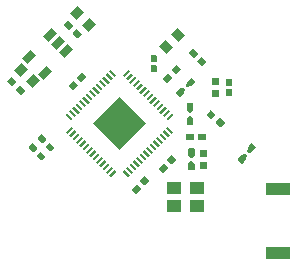
<source format=gtp>
G04 Layer: TopPasteMaskLayer*
G04 EasyEDA Pro v2.2.39.2, 2025-05-28 23:54:08*
G04 Gerber Generator version 0.3*
G04 Scale: 100 percent, Rotated: No, Reflected: No*
G04 Dimensions in millimeters*
G04 Leading zeros omitted, absolute positions, 4 integers and 5 decimals*
G04 Generated by one-click*
%FSLAX45Y45*%
%MOMM*%
%AMRect*21,1,$1,$2,0,0,$3*%
%ADD10Rect,1.0X0.6X45.0*%
%ADD11R,2.0X1.0*%
%ADD12R,1.2X1.1*%
%ADD13Rect,0.8X0.9X135.0*%
%ADD14Rect,0.8X0.9X45.0*%
%ADD15C,0.7452*%
G75*


G04 PolygonModel Start*
G36*
G01X365298Y-416382D02*
G01X333477Y-384561D01*
G01X333477Y-377492D01*
G01X370953Y-340016D01*
G01X378024Y-340014D01*
G01X409845Y-371834D01*
G01X409843Y-378906D01*
G01X372367Y-416382D01*
G01X365298Y-416382D01*
G37*
G36*
G01X438129Y-343550D02*
G01X406309Y-311730D01*
G01X406309Y-304660D01*
G01X443785Y-267184D01*
G01X450856Y-267182D01*
G01X482677Y-299003D01*
G01X482675Y-306074D01*
G01X445198Y-343550D01*
G01X438129Y-343550D01*
G37*
G36*
G01X735379Y-386683D02*
G01X690378Y-386683D01*
G01X685379Y-381685D01*
G01X685379Y-328685D01*
G01X690378Y-323684D01*
G01X735379Y-323684D01*
G01X740377Y-328685D01*
G01X740377Y-381685D01*
G01X735379Y-386683D01*
G37*
G36*
G01X735379Y-283684D02*
G01X690378Y-283684D01*
G01X685379Y-278685D01*
G01X685379Y-225685D01*
G01X690378Y-220684D01*
G01X735379Y-220684D01*
G01X740377Y-225685D01*
G01X740377Y-278685D01*
G01X735379Y-283684D01*
G37*
G36*
G01X-319033Y754529D02*
G01X-350854Y722708D01*
G01X-357923Y722708D01*
G01X-395399Y760184D01*
G01X-395401Y767255D01*
G01X-363580Y799076D01*
G01X-356509Y799074D01*
G01X-319033Y761598D01*
G01X-319033Y754529D01*
G37*
G36*
G01X-391865Y827360D02*
G01X-423685Y795540D01*
G01X-430754Y795540D01*
G01X-468231Y833016D01*
G01X-468233Y840087D01*
G01X-436412Y871908D01*
G01X-429341Y871906D01*
G01X-391865Y834430D01*
G01X-391865Y827360D01*
G37*
G36*
G01X-800413Y273918D02*
G01X-832234Y242097D01*
G01X-839303Y242097D01*
G01X-876780Y279573D01*
G01X-876782Y286645D01*
G01X-844961Y318465D01*
G01X-837890Y318463D01*
G01X-800413Y280987D01*
G01X-800413Y273918D01*
G37*
G36*
G01X-873245Y346749D02*
G01X-905066Y314929D01*
G01X-912135Y314929D01*
G01X-949611Y352405D01*
G01X-949613Y359476D01*
G01X-917793Y391297D01*
G01X-910722Y391295D01*
G01X-873245Y353819D01*
G01X-873245Y346749D01*
G37*
G36*
G01X566377Y-135680D02*
G01X566377Y-90679D01*
G01X571376Y-85681D01*
G01X624376Y-85681D01*
G01X629377Y-90679D01*
G01X629377Y-135680D01*
G01X624376Y-140679D01*
G01X571376Y-140679D01*
G01X566377Y-135680D01*
G37*
G36*
G01X669377Y-135680D02*
G01X669377Y-90679D01*
G01X674376Y-85681D01*
G01X727375Y-85681D01*
G01X732376Y-90679D01*
G01X732376Y-135680D01*
G01X727375Y-140679D01*
G01X674376Y-140679D01*
G01X669377Y-135680D01*
G37*
G36*
G01X222261Y-444980D02*
G01X254082Y-476801D01*
G01X254082Y-483870D01*
G01X216606Y-521347D01*
G01X209535Y-521348D01*
G01X177714Y-489528D01*
G01X177716Y-482457D01*
G01X215192Y-444980D01*
G01X222261Y-444980D01*
G37*
G36*
G01X149430Y-517812D02*
G01X181250Y-549633D01*
G01X181250Y-556702D01*
G01X143774Y-594178D01*
G01X136703Y-594180D01*
G01X104882Y-562359D01*
G01X104884Y-555288D01*
G01X142360Y-517812D01*
G01X149430Y-517812D01*
G37*
G36*
G01X-311139Y431320D02*
G01X-279318Y399499D01*
G01X-279318Y392430D01*
G01X-316794Y354953D01*
G01X-323865Y354952D01*
G01X-355686Y386772D01*
G01X-355684Y393843D01*
G01X-318208Y431320D01*
G01X-311139Y431320D01*
G37*
G36*
G01X-383970Y358488D02*
G01X-352150Y326667D01*
G01X-352150Y319598D01*
G01X-389626Y282122D01*
G01X-396697Y282120D01*
G01X-428518Y313941D01*
G01X-428516Y321012D01*
G01X-391040Y358488D01*
G01X-383970Y358488D01*
G37*
G36*
G01X488961Y494820D02*
G01X520782Y462999D01*
G01X520782Y455930D01*
G01X483306Y418453D01*
G01X476235Y418452D01*
G01X444414Y450272D01*
G01X444416Y457343D01*
G01X481892Y494820D01*
G01X488961Y494820D01*
G37*
G36*
G01X416130Y421988D02*
G01X447950Y390167D01*
G01X447950Y383098D01*
G01X410474Y345622D01*
G01X403403Y345620D01*
G01X371582Y377441D01*
G01X371584Y384512D01*
G01X409060Y421988D01*
G01X416130Y421988D01*
G37*
G36*
G01X587479Y602701D02*
G01X619299Y634521D01*
G01X626369Y634521D01*
G01X663845Y597045D01*
G01X663847Y589974D01*
G01X632026Y558153D01*
G01X624955Y558155D01*
G01X587479Y595632D01*
G01X587479Y602701D01*
G37*
G36*
G01X660310Y529869D02*
G01X692131Y561690D01*
G01X699200Y561690D01*
G01X736677Y524213D01*
G01X736678Y517142D01*
G01X704858Y485322D01*
G01X697787Y485323D01*
G01X660310Y522800D01*
G01X660310Y529869D01*
G37*
G36*
G01X736434Y75336D02*
G01X765360Y109809D01*
G01X772402Y110425D01*
G01X813002Y76358D01*
G01X813621Y69314D01*
G01X784694Y34841D01*
G01X777650Y34226D01*
G01X737050Y68294D01*
G01X736434Y75336D01*
G37*
G36*
G01X815336Y9129D02*
G01X844262Y43602D01*
G01X851305Y44218D01*
G01X891905Y10151D01*
G01X892523Y3107D01*
G01X863597Y-31366D01*
G01X856552Y-31981D01*
G01X815952Y2087D01*
G01X815336Y9129D01*
G37*
G36*
G01X-617440Y-135340D02*
G01X-649260Y-167160D01*
G01X-657743Y-165747D01*
G01X-691685Y-131805D01*
G01X-691687Y-124734D01*
G01X-659866Y-92913D01*
G01X-652795Y-92915D01*
G01X-618853Y-126857D01*
G01X-617440Y-135340D01*
G37*
G36*
G01X-549556Y-203223D02*
G01X-581377Y-235044D01*
G01X-588448Y-235042D01*
G01X-622388Y-201102D01*
G01X-623803Y-192617D01*
G01X-591983Y-160797D01*
G01X-583498Y-162212D01*
G01X-549558Y-196152D01*
G01X-549556Y-203223D01*
G37*
G36*
G01X-693640Y-211540D02*
G01X-725460Y-243360D01*
G01X-733943Y-241947D01*
G01X-767885Y-208005D01*
G01X-767887Y-200934D01*
G01X-736066Y-169113D01*
G01X-728995Y-169115D01*
G01X-695053Y-203057D01*
G01X-693640Y-211540D01*
G37*
G36*
G01X-625756Y-279423D02*
G01X-657577Y-311244D01*
G01X-664648Y-311242D01*
G01X-698588Y-277302D01*
G01X-700003Y-268817D01*
G01X-668183Y-236997D01*
G01X-659698Y-238412D01*
G01X-625758Y-272352D01*
G01X-625756Y-279423D01*
G37*
G36*
G01X602638Y-317181D02*
G01X619921Y-317181D01*
G01X638280Y-344044D01*
G01X638280Y-393691D01*
G01X634279Y-397692D01*
G01X588280Y-397692D01*
G01X584279Y-393691D01*
G01X584279Y-344044D01*
G01X602638Y-317181D01*
G37*
G36*
G01X602638Y-290181D02*
G01X619921Y-290181D01*
G01X638280Y-263318D01*
G01X638280Y-213671D01*
G01X634279Y-209671D01*
G01X588280Y-209671D01*
G01X584279Y-213671D01*
G01X584279Y-263318D01*
G01X602638Y-290181D01*
G37*
G36*
G01X544823Y302483D02*
G01X557044Y290263D01*
G01X551030Y258286D01*
G01X515925Y223180D01*
G01X510267Y223180D01*
G01X477741Y255707D01*
G01X477741Y261364D01*
G01X512846Y296470D01*
G01X544823Y302483D01*
G37*
G36*
G01X563915Y321575D02*
G01X576136Y309355D01*
G01X608113Y315368D01*
G01X643218Y350474D01*
G01X643218Y356131D01*
G01X610692Y388658D01*
G01X605034Y388658D01*
G01X569928Y353552D01*
G01X563915Y321575D01*
G37*
G36*
G01X1065882Y-257668D02*
G01X1079121Y-268777D01*
G01X1075918Y-301156D01*
G01X1044006Y-339188D01*
G01X1038369Y-339681D01*
G01X1003132Y-310113D01*
G01X1002639Y-304477D01*
G01X1034551Y-266446D01*
G01X1065882Y-257668D01*
G37*
G36*
G01X1083238Y-236985D02*
G01X1096477Y-248094D01*
G01X1127808Y-239317D01*
G01X1159720Y-201285D01*
G01X1159227Y-195649D01*
G01X1123989Y-166081D01*
G01X1118353Y-166574D01*
G01X1086441Y-204606D01*
G01X1083238Y-236985D01*
G37*
G36*
G01X589938Y63819D02*
G01X607221Y63819D01*
G01X625580Y36956D01*
G01X625580Y-12691D01*
G01X621579Y-16692D01*
G01X575580Y-16692D01*
G01X571579Y-12691D01*
G01X571579Y36956D01*
G01X589938Y63819D01*
G37*
G36*
G01X589938Y90819D02*
G01X607221Y90819D01*
G01X625580Y117682D01*
G01X625580Y167329D01*
G01X621579Y171329D01*
G01X575580Y171329D01*
G01X571579Y167329D01*
G01X571579Y117682D01*
G01X589938Y90819D01*
G37*
G36*
G01X395880Y-39555D02*
G01X442905Y-86579D01*
G01X457047Y-72437D01*
G01X410022Y-25412D01*
G01X395880Y-39555D01*
G37*
G36*
G01X197902Y-237533D02*
G01X244926Y-284557D01*
G01X259068Y-270415D01*
G01X212044Y-223391D01*
G01X197902Y-237533D01*
G37*
G36*
G01X287356Y-242128D02*
G01X240332Y-195103D01*
G01X226189Y-209245D01*
G01X273214Y-256270D01*
G01X287356Y-242128D01*
G37*
G36*
G01X89359Y-440124D02*
G01X42335Y-393100D01*
G01X28193Y-407242D01*
G01X75217Y-454266D01*
G01X89359Y-440124D01*
G37*
G36*
G01X367611Y-67824D02*
G01X414635Y-114849D01*
G01X428777Y-100706D01*
G01X381753Y-53682D01*
G01X367611Y-67824D01*
G37*
G36*
G01X169614Y-265821D02*
G01X216638Y-312845D01*
G01X230780Y-298703D01*
G01X183756Y-251679D01*
G01X169614Y-265821D01*
G37*
G36*
G01X339323Y-96112D02*
G01X386347Y-143136D01*
G01X400489Y-128994D01*
G01X353465Y-81970D01*
G01X339323Y-96112D01*
G37*
G36*
G01X141326Y-294109D02*
G01X188350Y-341133D01*
G01X202492Y-326991D01*
G01X155468Y-279967D01*
G01X141326Y-294109D01*
G37*
G36*
G01X311035Y-124400D02*
G01X358059Y-171424D01*
G01X372201Y-157282D01*
G01X325177Y-110258D01*
G01X311035Y-124400D01*
G37*
G36*
G01X113038Y-322397D02*
G01X160062Y-369421D01*
G01X174205Y-355279D01*
G01X127180Y-308255D01*
G01X113038Y-322397D01*
G37*
G36*
G01X315626Y-213858D02*
G01X268601Y-166833D01*
G01X254459Y-180976D01*
G01X301484Y-228000D01*
G01X315626Y-213858D01*
G37*
G36*
G01X117647Y-411836D02*
G01X70623Y-364812D01*
G01X56481Y-378954D01*
G01X103505Y-425979D01*
G01X117647Y-411836D01*
G37*
G36*
G01X282747Y-152688D02*
G01X329771Y-199712D01*
G01X343913Y-185570D01*
G01X296889Y-138546D01*
G01X282747Y-152688D01*
G37*
G36*
G01X84768Y-350666D02*
G01X131793Y-397691D01*
G01X145935Y-383549D01*
G01X98910Y-336524D01*
G01X84768Y-350666D01*
G37*
G36*
G01X457063Y74655D02*
G01X442921Y88797D01*
G01X395898Y41774D01*
G01X410040Y27632D01*
G01X457063Y74655D01*
G37*
G36*
G01X-86000Y-440124D02*
G01X-71858Y-454266D01*
G01X-24836Y-407244D01*
G01X-38978Y-393102D01*
G01X-86000Y-440124D01*
G37*
G36*
G01X428775Y102942D02*
G01X414633Y117085D01*
G01X367611Y70062D01*
G01X381753Y55920D01*
G01X428775Y102942D01*
G37*
G36*
G01X-114288Y-411836D02*
G01X-100146Y-425979D01*
G01X-53123Y-378956D01*
G01X-67266Y-364814D01*
G01X-114288Y-411836D01*
G37*
G36*
G01X400487Y131230D02*
G01X386345Y145372D01*
G01X339323Y98350D01*
G01X353465Y84208D01*
G01X400487Y131230D01*
G37*
G36*
G01X-142576Y-383549D02*
G01X-128434Y-397691D01*
G01X-81411Y-350668D01*
G01X-95553Y-336526D01*
G01X-142576Y-383549D01*
G37*
G36*
G01X-170846Y-355279D02*
G01X-156704Y-369421D01*
G01X-109681Y-322398D01*
G01X-123823Y-308256D01*
G01X-170846Y-355279D01*
G37*
G36*
G01X311053Y126620D02*
G01X325195Y112478D01*
G01X372217Y159500D01*
G01X358075Y173642D01*
G01X311053Y126620D01*
G37*
G36*
G01X343930Y187788D02*
G01X329787Y201930D01*
G01X282765Y154908D01*
G01X296907Y140765D01*
G01X343930Y187788D01*
G37*
G36*
G01X-199133Y-326991D02*
G01X-184991Y-341133D01*
G01X-137969Y-294111D01*
G01X-152111Y-279969D01*
G01X-199133Y-326991D01*
G37*
G36*
G01X315642Y216076D02*
G01X301500Y230218D01*
G01X254477Y183195D01*
G01X268619Y169053D01*
G01X315642Y216076D01*
G37*
G36*
G01X-227421Y-298703D02*
G01X-213279Y-312845D01*
G01X-166257Y-265823D01*
G01X-180399Y-251681D01*
G01X-227421Y-298703D01*
G37*
G36*
G01X287354Y244363D02*
G01X273212Y258506D01*
G01X226189Y211483D01*
G01X240332Y197341D01*
G01X287354Y244363D01*
G37*
G36*
G01X-255709Y-270415D02*
G01X-241567Y-284557D01*
G01X-194545Y-237535D01*
G01X-208687Y-223393D01*
G01X-255709Y-270415D01*
G37*
G36*
G01X259066Y272651D02*
G01X244924Y286793D01*
G01X197902Y239771D01*
G01X212044Y225629D01*
G01X259066Y272651D01*
G37*
G36*
G01X-283997Y-242128D02*
G01X-269855Y-256270D01*
G01X-222832Y-209247D01*
G01X-236974Y-195105D01*
G01X-283997Y-242128D01*
G37*
G36*
G01X230796Y300921D02*
G01X216654Y315063D01*
G01X169632Y268041D01*
G01X183774Y253899D01*
G01X230796Y300921D01*
G37*
G36*
G01X-312267Y-213858D02*
G01X-298125Y-228000D01*
G01X-251102Y-180977D01*
G01X-265244Y-166835D01*
G01X-312267Y-213858D01*
G37*
G36*
G01X202509Y329209D02*
G01X188366Y343351D01*
G01X141344Y296329D01*
G01X155486Y282187D01*
G01X202509Y329209D01*
G37*
G36*
G01X-340555Y-185570D02*
G01X-326412Y-199712D01*
G01X-279390Y-152690D01*
G01X-293532Y-138547D01*
G01X-340555Y-185570D01*
G37*
G36*
G01X-368842Y-157282D02*
G01X-354700Y-171424D01*
G01X-307678Y-124402D01*
G01X-321820Y-110260D01*
G01X-368842Y-157282D01*
G37*
G36*
G01X113056Y324616D02*
G01X127198Y310474D01*
G01X174221Y357497D01*
G01X160079Y371639D01*
G01X113056Y324616D01*
G37*
G36*
G01X145933Y385785D02*
G01X131791Y399927D01*
G01X84768Y352904D01*
G01X98910Y338762D01*
G01X145933Y385785D01*
G37*
G36*
G01X-397130Y-128994D02*
G01X-382988Y-143136D01*
G01X-335966Y-96114D01*
G01X-350108Y-81972D01*
G01X-397130Y-128994D01*
G37*
G36*
G01X117645Y414072D02*
G01X103503Y428214D01*
G01X56481Y381192D01*
G01X70623Y367050D01*
G01X117645Y414072D01*
G37*
G36*
G01X-425418Y-100706D02*
G01X-411276Y-114849D01*
G01X-364253Y-67826D01*
G01X-378396Y-53684D01*
G01X-425418Y-100706D01*
G37*
G36*
G01X89375Y442342D02*
G01X75233Y456484D01*
G01X28211Y409462D01*
G01X42353Y395320D01*
G01X89375Y442342D01*
G37*
G36*
G01X-453688Y-72437D02*
G01X-439546Y-86579D01*
G01X-392523Y-39556D01*
G01X-406665Y-25414D01*
G01X-453688Y-72437D01*
G37*
G36*
G01X-453706Y74656D02*
G01X-406683Y27634D01*
G01X-392541Y41776D01*
G01X-439564Y88798D01*
G01X-453706Y74656D01*
G37*
G36*
G01X-255709Y272653D02*
G01X-208687Y225631D01*
G01X-194545Y239773D01*
G01X-241567Y286795D01*
G01X-255709Y272653D01*
G37*
G36*
G01X-222832Y211485D02*
G01X-269855Y258507D01*
G01X-283997Y244365D01*
G01X-236974Y197343D01*
G01X-222832Y211485D01*
G37*
G36*
G01X-24854Y409464D02*
G01X-71876Y456486D01*
G01X-86018Y442344D01*
G01X-38996Y395322D01*
G01X-24854Y409464D01*
G37*
G36*
G01X-425418Y102944D02*
G01X-378396Y55922D01*
G01X-364253Y70064D01*
G01X-411276Y117086D01*
G01X-425418Y102944D01*
G37*
G36*
G01X-227439Y300923D02*
G01X-180417Y253901D01*
G01X-166275Y268043D01*
G01X-213297Y315065D01*
G01X-227439Y300923D01*
G37*
G36*
G01X-397130Y131232D02*
G01X-350108Y84210D01*
G01X-335966Y98352D01*
G01X-382988Y145374D01*
G01X-397130Y131232D01*
G37*
G36*
G01X-199151Y329211D02*
G01X-152129Y282188D01*
G01X-137987Y296330D01*
G01X-185009Y343353D01*
G01X-199151Y329211D01*
G37*
G36*
G01X-368860Y159502D02*
G01X-321838Y112479D01*
G01X-307696Y126622D01*
G01X-354718Y173644D01*
G01X-368860Y159502D01*
G37*
G36*
G01X-170864Y357499D02*
G01X-123841Y310476D01*
G01X-109699Y324618D01*
G01X-156721Y371641D01*
G01X-170864Y357499D01*
G37*
G36*
G01X-251120Y183197D02*
G01X-298143Y230220D01*
G01X-312285Y216077D01*
G01X-265262Y169055D01*
G01X-251120Y183197D01*
G37*
G36*
G01X-53123Y381194D02*
G01X-100146Y428216D01*
G01X-114288Y414074D01*
G01X-67266Y367052D01*
G01X-53123Y381194D01*
G37*
G36*
G01X-340572Y187790D02*
G01X-293550Y140767D01*
G01X-279408Y154909D01*
G01X-326430Y201932D01*
G01X-340572Y187790D01*
G37*
G36*
G01X-142576Y385786D02*
G01X-95553Y338764D01*
G01X-81411Y352906D01*
G01X-128434Y399928D01*
G01X-142576Y385786D01*
G37*
G36*
G01X227953Y1101D02*
G01X1679Y-225173D01*
G01X-224594Y1101D01*
G01X1679Y227375D01*
G01X227953Y1101D01*
G37*
G36*
G01X836979Y222917D02*
G01X791978Y222917D01*
G01X786979Y227915D01*
G01X786979Y280915D01*
G01X791978Y285916D01*
G01X836979Y285916D01*
G01X841977Y280915D01*
G01X841977Y227915D01*
G01X836979Y222917D01*
G37*
G36*
G01X836979Y325916D02*
G01X791978Y325916D01*
G01X786979Y330915D01*
G01X786979Y383915D01*
G01X791978Y388916D01*
G01X836979Y388916D01*
G01X841977Y383915D01*
G01X841977Y330915D01*
G01X836979Y325916D01*
G37*
G36*
G01X951779Y319419D02*
G01X905780Y319419D01*
G01X901779Y323419D01*
G01X901779Y373483D01*
G01X905780Y377483D01*
G01X951779Y377483D01*
G01X955780Y373483D01*
G01X955780Y323419D01*
G01X951779Y319419D01*
G37*
G36*
G01X951779Y292419D02*
G01X905780Y292419D01*
G01X901779Y288418D01*
G01X901779Y238355D01*
G01X905780Y234354D01*
G01X951779Y234354D01*
G01X955780Y238355D01*
G01X955780Y288418D01*
G01X951779Y292419D01*
G37*
G36*
G01X315100Y521500D02*
G01X269100Y521500D01*
G01X265100Y525501D01*
G01X265100Y575564D01*
G01X269100Y579565D01*
G01X315100Y579565D01*
G01X319100Y575564D01*
G01X319100Y525501D01*
G01X315100Y521500D01*
G37*
G36*
G01X315100Y494500D02*
G01X269100Y494500D01*
G01X265100Y490499D01*
G01X265100Y440436D01*
G01X269100Y436436D01*
G01X315100Y436436D01*
G01X319100Y440436D01*
G01X319100Y490499D01*
G01X315100Y494500D01*
G37*

G04 Pad Start*
G54D10*
G01X-631972Y427264D03*
G01X-766316Y561609D03*
G01X-582455Y745471D03*
G01X-515282Y678299D03*
G01X-448110Y611126D03*
G54D11*
G01X1347879Y-1094383D03*
G01X1347879Y-554379D03*
G54D12*
G01X655475Y-546175D03*
G01X465483Y-546175D03*
G01X465483Y-696187D03*
G01X655475Y-696187D03*
G54D13*
G01X-254658Y834515D03*
G01X-353656Y933514D03*
G01X-734420Y357526D03*
G01X-833419Y456524D03*
G54D14*
G01X493999Y747999D03*
G01X395001Y649001D03*
G04 Pad End*

M02*


</source>
